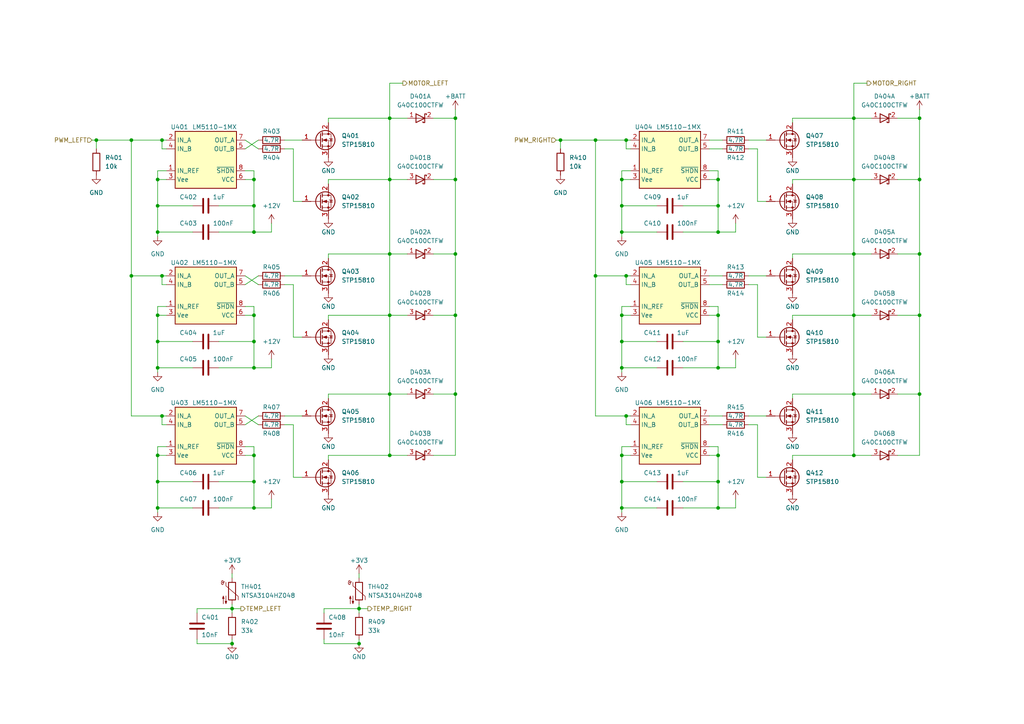
<source format=kicad_sch>
(kicad_sch (version 20210621) (generator eeschema)
  (paper "A4")
  (lib_symbols
    (symbol "Device:C" (pin_numbers hide) (pin_names (offset 0.254))
      (property "Reference" "C" (at 0.635 2.54 0))
      (property "Value" "C" (at 0.635 -2.54 0))
      (symbol "C_0_1"
        (polyline (pts (xy -2.032 -0.762) (xy 2.032 -0.762)) (stroke (width 0.508)))
        (polyline (pts (xy -2.032 0.762) (xy 2.032 0.762)) (stroke (width 0.508)))
      )
      (symbol "C_1_1"
        (pin passive line (at 0 3.81 270) (length 2.794) (name "~") (number "1"))
        (pin passive line (at 0 -3.81 90) (length 2.794) (name "~") (number "2"))
      )
    )
    (symbol "Device:R" (pin_numbers hide) (pin_names (offset 0))
      (property "Reference" "R" (at 2.032 0 90))
      (property "Value" "R" (at 0 0 90))
      (symbol "R_0_1"
        (rectangle (start -1.016 -2.54) (end 1.016 2.54) (stroke (width 0.254)))
      )
      (symbol "R_1_1"
        (pin passive line (at 0 3.81 270) (length 1.27) (name "~") (number "1"))
        (pin passive line (at 0 -3.81 90) (length 1.27) (name "~") (number "2"))
      )
    )
    (symbol "Device:Thermistor_NTC" (pin_numbers hide) (pin_names (offset 0))
      (property "Reference" "TH" (at -4.445 0 90))
      (property "Value" "Thermistor_NTC" (at 3.175 0 90))
      (symbol "Thermistor_NTC_0_1"
        (arc (start -3.048 2.159) (end -3.175 2.413) (radius (at -3.2004 2.2352) (length 0.1778) (angles -26.5 81.8)))
        (arc (start -3.048 2.159) (end -2.794 1.905) (radius (at -2.794 2.159) (length 0.254) (angles 180 -90)))
        (arc (start -2.794 1.905) (end -2.54 2.159) (radius (at -2.794 2.159) (length 0.254) (angles -90 0)))
        (arc (start -2.54 2.794) (end -2.794 3.048) (radius (at -2.794 2.794) (length 0.254) (angles 0 90)))
        (arc (start -2.794 3.048) (end -3.048 2.794) (radius (at -2.794 2.794) (length 0.254) (angles 90 180)))
        (arc (start -3.048 2.794) (end -2.794 2.54) (radius (at -2.794 2.794) (length 0.254) (angles 180 -90)))
        (arc (start -2.794 2.54) (end -2.159 2.794) (radius (at -2.6416 3.0226) (length 0.508) (angles -107.5 -25.3)))
        (rectangle (start -1.016 2.54) (end 1.016 -2.54) (stroke (width 0.254)))
        (polyline (pts (xy -2.54 2.159) (xy -2.54 2.794)))
        (polyline (pts (xy -1.778 2.54) (xy -1.778 1.524) (xy 1.778 -1.524) (xy 1.778 -2.54)))
        (polyline (pts (xy -2.54 -3.683) (xy -2.54 -1.397) (xy -2.794 -2.159) (xy -2.286 -2.159) (xy -2.54 -1.397) (xy -2.54 -1.651)) (fill (type outline)))
        (polyline (pts (xy -1.778 -1.397) (xy -1.778 -3.683) (xy -2.032 -2.921) (xy -1.524 -2.921) (xy -1.778 -3.683) (xy -1.778 -3.429)) (fill (type outline)))
      )
      (symbol "Thermistor_NTC_1_1"
        (pin passive line (at 0 3.81 270) (length 1.27) (name "~") (number "1"))
        (pin passive line (at 0 -3.81 90) (length 1.27) (name "~") (number "2"))
      )
    )
    (symbol "GozLib:G30C120CTW" (pin_names (offset 0.762) hide)
      (property "Reference" "D" (at 0 2.54 0))
      (property "Value" "G30C120CTW" (at 0 -2.54 0))
      (symbol "G30C120CTW_0_1"
        (polyline (pts (xy -1.27 1.27) (xy 1.27 0) (xy -1.27 -1.27) (xy -1.27 1.27) (xy -1.27 1.27) (xy -1.27 1.27)) (stroke (width 0.254)))
        (polyline (pts (xy 1.778 1.016) (xy 1.778 1.27) (xy 1.27 1.27) (xy 1.27 -1.27) (xy 0.762 -1.27) (xy 0.762 -1.016)) (stroke (width 0.254)))
      )
      (symbol "G30C120CTW_1_1"
        (polyline (pts (xy 1.27 0) (xy -1.27 0)))
        (pin passive line (at -3.81 0 0) (length 2.54) (name "A") (number "1"))
        (pin passive line (at 3.81 0 180) (length 2.54) (name "K") (number "2"))
      )
      (symbol "G30C120CTW_2_0"
        (polyline (pts (xy 1.27 0) (xy -1.27 0)))
      )
      (symbol "G30C120CTW_2_1"
        (pin passive line (at 3.81 0 180) (length 2.54) (name "K") (number "2"))
        (pin passive line (at -3.81 0 0) (length 2.54) (name "K") (number "3"))
      )
    )
    (symbol "GozLib:LM5110-1MX"
      (property "Reference" "U" (at -10.16 10.16 0))
      (property "Value" "LM5110-1MX" (at 2.54 10.16 0))
      (symbol "LM5110-1MX_0_1"
        (rectangle (start -8.89 8.89) (end 8.89 -7.62) (stroke (width 0.254)) (fill (type background)))
      )
      (symbol "LM5110-1MX_1_1"
        (pin power_in line (at -11.43 -2.54 0) (length 2.54) (name "IN_REF") (number "1"))
        (pin input line (at -11.43 6.35 0) (length 2.54) (name "IN_A") (number "2"))
        (pin input line (at -11.43 -5.08 0) (length 2.54) (name "Vee") (number "3"))
        (pin input line (at -11.43 3.81 0) (length 2.54) (name "IN_B") (number "4"))
        (pin output line (at 11.43 3.81 180) (length 2.54) (name "OUT_B") (number "5"))
        (pin power_in line (at 11.43 -5.08 180) (length 2.54) (name "VCC") (number "6"))
        (pin output line (at 11.43 6.35 180) (length 2.54) (name "OUT_A") (number "7"))
        (pin input line (at 11.43 -2.54 180) (length 2.54) (name "~{SHDN}") (number "8"))
      )
    )
    (symbol "GozLib:STP15810" (pin_names hide)
      (property "Reference" "Q" (at 6.35 1.905 0))
      (property "Value" "STP15810" (at 6.35 0 0))
      (symbol "STP15810_0_1"
        (circle (center 1.651 0) (radius 2.794) (stroke (width 0.254)))
        (circle (center 2.54 -1.778) (radius 0.254) (fill (type outline)))
        (circle (center 2.54 1.778) (radius 0.254) (fill (type outline)))
        (polyline (pts (xy 0.254 0) (xy -2.54 0)))
        (polyline (pts (xy 0.254 1.905) (xy 0.254 -1.905)) (stroke (width 0.254)))
        (polyline (pts (xy 0.762 -1.27) (xy 0.762 -2.286)) (stroke (width 0.254)))
        (polyline (pts (xy 0.762 0.508) (xy 0.762 -0.508)) (stroke (width 0.254)))
        (polyline (pts (xy 0.762 2.286) (xy 0.762 1.27)) (stroke (width 0.254)))
        (polyline (pts (xy 2.54 2.54) (xy 2.54 1.778)))
        (polyline (pts (xy 2.54 -2.54) (xy 2.54 0) (xy 0.762 0)))
        (polyline (pts (xy 0.762 -1.778) (xy 3.302 -1.778) (xy 3.302 1.778) (xy 0.762 1.778)))
        (polyline (pts (xy 2.794 0.508) (xy 2.921 0.381) (xy 3.683 0.381) (xy 3.81 0.254)))
        (polyline (pts (xy 3.302 0.381) (xy 2.921 -0.254) (xy 3.683 -0.254) (xy 3.302 0.381)))
        (polyline (pts (xy 1.016 0) (xy 2.032 0.381) (xy 2.032 -0.381) (xy 1.016 0)) (fill (type outline)))
      )
      (symbol "STP15810_1_1"
        (pin input line (at -5.08 0 0) (length 2.54) (name "G") (number "1"))
        (pin passive line (at 2.54 5.08 270) (length 2.54) (name "D") (number "2"))
        (pin passive line (at 2.54 -5.08 90) (length 2.54) (name "S") (number "3"))
      )
    )
    (symbol "power:+12V" (power) (pin_names (offset 0))
      (property "Value" "+12V" (at 0 3.556 0))
      (symbol "+12V_0_1"
        (polyline (pts (xy -0.762 1.27) (xy 0 2.54)))
        (polyline (pts (xy 0 0) (xy 0 2.54)))
        (polyline (pts (xy 0 2.54) (xy 0.762 1.27)))
      )
      (symbol "+12V_1_1"
        (pin power_in line (at 0 0 90) (length 0) hide (name "+12V") (number "1"))
      )
    )
    (symbol "power:+3V3" (power) (pin_names (offset 0))
      (property "Value" "+3V3" (at 0 3.556 0))
      (symbol "+3V3_0_1"
        (polyline (pts (xy -0.762 1.27) (xy 0 2.54)))
        (polyline (pts (xy 0 0) (xy 0 2.54)))
        (polyline (pts (xy 0 2.54) (xy 0.762 1.27)))
      )
      (symbol "+3V3_1_1"
        (pin power_in line (at 0 0 90) (length 0) hide (name "+3V3") (number "1"))
      )
    )
    (symbol "power:+BATT" (power) (pin_names (offset 0))
      (property "Value" "+BATT" (at 0 3.556 0))
      (symbol "+BATT_0_1"
        (polyline (pts (xy -0.762 1.27) (xy 0 2.54)))
        (polyline (pts (xy 0 0) (xy 0 2.54)))
        (polyline (pts (xy 0 2.54) (xy 0.762 1.27)))
      )
      (symbol "+BATT_1_1"
        (pin power_in line (at 0 0 90) (length 0) hide (name "+BATT") (number "1"))
      )
    )
    (symbol "power:GND" (power) (pin_names (offset 0))
      (property "Value" "GND" (at 0 -3.81 0))
      (symbol "GND_0_1"
        (polyline (pts (xy 0 0) (xy 0 -1.27) (xy 1.27 -1.27) (xy 0 -2.54) (xy -1.27 -1.27) (xy 0 -1.27)))
      )
      (symbol "GND_1_1"
        (pin power_in line (at 0 0 270) (length 0) hide (name "GND") (number "1"))
      )
    )
  )
  (junction (at 27.94 40.64) (diameter 0.9144))
  (junction (at 38.1 40.64) (diameter 0.9144))
  (junction (at 38.1 80.01) (diameter 0.9144))
  (junction (at 45.72 52.07) (diameter 0.9144))
  (junction (at 45.72 59.69) (diameter 0.9144))
  (junction (at 45.72 67.31) (diameter 0.9144))
  (junction (at 45.72 91.44) (diameter 0.9144))
  (junction (at 45.72 99.06) (diameter 0.9144))
  (junction (at 45.72 106.68) (diameter 0.9144))
  (junction (at 45.72 132.08) (diameter 0.9144))
  (junction (at 45.72 139.7) (diameter 0.9144))
  (junction (at 45.72 147.32) (diameter 0.9144))
  (junction (at 46.99 40.64) (diameter 0.9144))
  (junction (at 46.99 80.01) (diameter 0.9144))
  (junction (at 46.99 120.65) (diameter 0.9144))
  (junction (at 67.31 176.53) (diameter 0.9144))
  (junction (at 67.31 186.69) (diameter 0.9144))
  (junction (at 73.66 52.07) (diameter 0.9144))
  (junction (at 73.66 59.69) (diameter 0.9144))
  (junction (at 73.66 67.31) (diameter 0.9144))
  (junction (at 73.66 91.44) (diameter 0.9144))
  (junction (at 73.66 99.06) (diameter 0.9144))
  (junction (at 73.66 106.68) (diameter 0.9144))
  (junction (at 73.66 132.08) (diameter 0.9144))
  (junction (at 73.66 139.7) (diameter 0.9144))
  (junction (at 73.66 147.32) (diameter 0.9144))
  (junction (at 104.14 176.53) (diameter 0.9144))
  (junction (at 104.14 186.69) (diameter 0.9144))
  (junction (at 113.03 34.29) (diameter 0.9144))
  (junction (at 113.03 52.07) (diameter 0.9144))
  (junction (at 113.03 73.66) (diameter 0.9144))
  (junction (at 113.03 91.44) (diameter 0.9144))
  (junction (at 113.03 114.3) (diameter 0.9144))
  (junction (at 113.03 132.08) (diameter 0.9144))
  (junction (at 132.08 34.29) (diameter 0.9144))
  (junction (at 132.08 52.07) (diameter 0.9144))
  (junction (at 132.08 73.66) (diameter 0.9144))
  (junction (at 132.08 91.44) (diameter 0.9144))
  (junction (at 132.08 114.3) (diameter 0.9144))
  (junction (at 162.56 40.64) (diameter 0.9144))
  (junction (at 172.72 40.64) (diameter 0.9144))
  (junction (at 172.72 80.01) (diameter 0.9144))
  (junction (at 180.34 52.07) (diameter 0.9144))
  (junction (at 180.34 59.69) (diameter 0.9144))
  (junction (at 180.34 67.31) (diameter 0.9144))
  (junction (at 180.34 91.44) (diameter 0.9144))
  (junction (at 180.34 99.06) (diameter 0.9144))
  (junction (at 180.34 106.68) (diameter 0.9144))
  (junction (at 180.34 132.08) (diameter 0.9144))
  (junction (at 180.34 139.7) (diameter 0.9144))
  (junction (at 180.34 147.32) (diameter 0.9144))
  (junction (at 181.61 40.64) (diameter 0.9144))
  (junction (at 181.61 80.01) (diameter 0.9144))
  (junction (at 181.61 120.65) (diameter 0.9144))
  (junction (at 208.28 52.07) (diameter 0.9144))
  (junction (at 208.28 59.69) (diameter 0.9144))
  (junction (at 208.28 67.31) (diameter 0.9144))
  (junction (at 208.28 91.44) (diameter 0.9144))
  (junction (at 208.28 99.06) (diameter 0.9144))
  (junction (at 208.28 106.68) (diameter 0.9144))
  (junction (at 208.28 132.08) (diameter 0.9144))
  (junction (at 208.28 139.7) (diameter 0.9144))
  (junction (at 208.28 147.32) (diameter 0.9144))
  (junction (at 247.65 34.29) (diameter 0.9144))
  (junction (at 247.65 52.07) (diameter 0.9144))
  (junction (at 247.65 73.66) (diameter 0.9144))
  (junction (at 247.65 91.44) (diameter 0.9144))
  (junction (at 247.65 114.3) (diameter 0.9144))
  (junction (at 247.65 132.08) (diameter 0.9144))
  (junction (at 266.7 34.29) (diameter 0.9144))
  (junction (at 266.7 52.07) (diameter 0.9144))
  (junction (at 266.7 73.66) (diameter 0.9144))
  (junction (at 266.7 91.44) (diameter 0.9144))
  (junction (at 266.7 114.3) (diameter 0.9144))
  (wire (pts (xy 26.67 40.64) (xy 27.94 40.64)))
  (wire (pts (xy 27.94 40.64) (xy 27.94 43.18)))
  (wire (pts (xy 27.94 40.64) (xy 38.1 40.64)))
  (wire (pts (xy 38.1 40.64) (xy 46.99 40.64)))
  (wire (pts (xy 38.1 80.01) (xy 38.1 40.64)))
  (wire (pts (xy 38.1 120.65) (xy 38.1 80.01)))
  (wire (pts (xy 45.72 49.53) (xy 45.72 52.07)))
  (wire (pts (xy 45.72 52.07) (xy 45.72 59.69)))
  (wire (pts (xy 45.72 59.69) (xy 45.72 67.31)))
  (wire (pts (xy 45.72 59.69) (xy 55.88 59.69)))
  (wire (pts (xy 45.72 67.31) (xy 45.72 68.58)))
  (wire (pts (xy 45.72 67.31) (xy 55.88 67.31)))
  (wire (pts (xy 45.72 88.9) (xy 45.72 91.44)))
  (wire (pts (xy 45.72 91.44) (xy 45.72 99.06)))
  (wire (pts (xy 45.72 99.06) (xy 45.72 106.68)))
  (wire (pts (xy 45.72 99.06) (xy 55.88 99.06)))
  (wire (pts (xy 45.72 106.68) (xy 45.72 107.95)))
  (wire (pts (xy 45.72 106.68) (xy 55.88 106.68)))
  (wire (pts (xy 45.72 129.54) (xy 45.72 132.08)))
  (wire (pts (xy 45.72 132.08) (xy 45.72 139.7)))
  (wire (pts (xy 45.72 139.7) (xy 45.72 147.32)))
  (wire (pts (xy 45.72 139.7) (xy 55.88 139.7)))
  (wire (pts (xy 45.72 147.32) (xy 45.72 148.59)))
  (wire (pts (xy 45.72 147.32) (xy 55.88 147.32)))
  (wire (pts (xy 46.99 40.64) (xy 48.26 40.64)))
  (wire (pts (xy 46.99 43.18) (xy 46.99 40.64)))
  (wire (pts (xy 46.99 80.01) (xy 38.1 80.01)))
  (wire (pts (xy 46.99 80.01) (xy 48.26 80.01)))
  (wire (pts (xy 46.99 82.55) (xy 46.99 80.01)))
  (wire (pts (xy 46.99 120.65) (xy 38.1 120.65)))
  (wire (pts (xy 46.99 120.65) (xy 48.26 120.65)))
  (wire (pts (xy 46.99 123.19) (xy 46.99 120.65)))
  (wire (pts (xy 48.26 43.18) (xy 46.99 43.18)))
  (wire (pts (xy 48.26 49.53) (xy 45.72 49.53)))
  (wire (pts (xy 48.26 52.07) (xy 45.72 52.07)))
  (wire (pts (xy 48.26 82.55) (xy 46.99 82.55)))
  (wire (pts (xy 48.26 88.9) (xy 45.72 88.9)))
  (wire (pts (xy 48.26 91.44) (xy 45.72 91.44)))
  (wire (pts (xy 48.26 123.19) (xy 46.99 123.19)))
  (wire (pts (xy 48.26 129.54) (xy 45.72 129.54)))
  (wire (pts (xy 48.26 132.08) (xy 45.72 132.08)))
  (wire (pts (xy 57.15 176.53) (xy 57.15 177.8)))
  (wire (pts (xy 57.15 176.53) (xy 67.31 176.53)))
  (wire (pts (xy 57.15 185.42) (xy 57.15 186.69)))
  (wire (pts (xy 57.15 186.69) (xy 67.31 186.69)))
  (wire (pts (xy 63.5 59.69) (xy 73.66 59.69)))
  (wire (pts (xy 63.5 67.31) (xy 73.66 67.31)))
  (wire (pts (xy 63.5 99.06) (xy 73.66 99.06)))
  (wire (pts (xy 63.5 106.68) (xy 73.66 106.68)))
  (wire (pts (xy 63.5 139.7) (xy 73.66 139.7)))
  (wire (pts (xy 63.5 147.32) (xy 73.66 147.32)))
  (wire (pts (xy 67.31 166.37) (xy 67.31 167.64)))
  (wire (pts (xy 67.31 175.26) (xy 67.31 176.53)))
  (wire (pts (xy 67.31 176.53) (xy 67.31 177.8)))
  (wire (pts (xy 67.31 176.53) (xy 69.85 176.53)))
  (wire (pts (xy 67.31 185.42) (xy 67.31 186.69)))
  (wire (pts (xy 71.12 40.64) (xy 74.93 43.18)))
  (wire (pts (xy 71.12 43.18) (xy 74.93 40.64)))
  (wire (pts (xy 71.12 49.53) (xy 73.66 49.53)))
  (wire (pts (xy 71.12 52.07) (xy 73.66 52.07)))
  (wire (pts (xy 71.12 80.01) (xy 74.93 82.55)))
  (wire (pts (xy 71.12 82.55) (xy 74.93 80.01)))
  (wire (pts (xy 71.12 88.9) (xy 73.66 88.9)))
  (wire (pts (xy 71.12 91.44) (xy 73.66 91.44)))
  (wire (pts (xy 71.12 120.65) (xy 74.93 123.19)))
  (wire (pts (xy 71.12 123.19) (xy 74.93 120.65)))
  (wire (pts (xy 71.12 129.54) (xy 73.66 129.54)))
  (wire (pts (xy 71.12 132.08) (xy 73.66 132.08)))
  (wire (pts (xy 73.66 49.53) (xy 73.66 52.07)))
  (wire (pts (xy 73.66 52.07) (xy 73.66 59.69)))
  (wire (pts (xy 73.66 59.69) (xy 73.66 67.31)))
  (wire (pts (xy 73.66 67.31) (xy 78.74 67.31)))
  (wire (pts (xy 73.66 88.9) (xy 73.66 91.44)))
  (wire (pts (xy 73.66 91.44) (xy 73.66 99.06)))
  (wire (pts (xy 73.66 99.06) (xy 73.66 106.68)))
  (wire (pts (xy 73.66 106.68) (xy 78.74 106.68)))
  (wire (pts (xy 73.66 129.54) (xy 73.66 132.08)))
  (wire (pts (xy 73.66 132.08) (xy 73.66 139.7)))
  (wire (pts (xy 73.66 139.7) (xy 73.66 147.32)))
  (wire (pts (xy 73.66 147.32) (xy 78.74 147.32)))
  (wire (pts (xy 78.74 67.31) (xy 78.74 64.77)))
  (wire (pts (xy 78.74 106.68) (xy 78.74 104.14)))
  (wire (pts (xy 78.74 147.32) (xy 78.74 144.78)))
  (wire (pts (xy 82.55 40.64) (xy 87.63 40.64)))
  (wire (pts (xy 82.55 43.18) (xy 85.09 43.18)))
  (wire (pts (xy 82.55 80.01) (xy 87.63 80.01)))
  (wire (pts (xy 82.55 82.55) (xy 85.09 82.55)))
  (wire (pts (xy 82.55 120.65) (xy 87.63 120.65)))
  (wire (pts (xy 82.55 123.19) (xy 85.09 123.19)))
  (wire (pts (xy 85.09 43.18) (xy 85.09 58.42)))
  (wire (pts (xy 85.09 58.42) (xy 87.63 58.42)))
  (wire (pts (xy 85.09 82.55) (xy 85.09 97.79)))
  (wire (pts (xy 85.09 97.79) (xy 87.63 97.79)))
  (wire (pts (xy 85.09 123.19) (xy 85.09 138.43)))
  (wire (pts (xy 85.09 138.43) (xy 87.63 138.43)))
  (wire (pts (xy 93.98 176.53) (xy 104.14 176.53)))
  (wire (pts (xy 93.98 177.8) (xy 93.98 176.53)))
  (wire (pts (xy 93.98 185.42) (xy 93.98 186.69)))
  (wire (pts (xy 93.98 186.69) (xy 104.14 186.69)))
  (wire (pts (xy 95.25 34.29) (xy 113.03 34.29)))
  (wire (pts (xy 95.25 35.56) (xy 95.25 34.29)))
  (wire (pts (xy 95.25 52.07) (xy 113.03 52.07)))
  (wire (pts (xy 95.25 53.34) (xy 95.25 52.07)))
  (wire (pts (xy 95.25 73.66) (xy 113.03 73.66)))
  (wire (pts (xy 95.25 74.93) (xy 95.25 73.66)))
  (wire (pts (xy 95.25 91.44) (xy 113.03 91.44)))
  (wire (pts (xy 95.25 92.71) (xy 95.25 91.44)))
  (wire (pts (xy 95.25 114.3) (xy 113.03 114.3)))
  (wire (pts (xy 95.25 115.57) (xy 95.25 114.3)))
  (wire (pts (xy 95.25 132.08) (xy 113.03 132.08)))
  (wire (pts (xy 95.25 133.35) (xy 95.25 132.08)))
  (wire (pts (xy 104.14 166.37) (xy 104.14 167.64)))
  (wire (pts (xy 104.14 175.26) (xy 104.14 176.53)))
  (wire (pts (xy 104.14 176.53) (xy 104.14 177.8)))
  (wire (pts (xy 104.14 176.53) (xy 106.68 176.53)))
  (wire (pts (xy 104.14 185.42) (xy 104.14 186.69)))
  (wire (pts (xy 113.03 24.13) (xy 113.03 34.29)))
  (wire (pts (xy 113.03 24.13) (xy 116.84 24.13)))
  (wire (pts (xy 113.03 34.29) (xy 113.03 52.07)))
  (wire (pts (xy 113.03 34.29) (xy 118.11 34.29)))
  (wire (pts (xy 113.03 52.07) (xy 113.03 73.66)))
  (wire (pts (xy 113.03 52.07) (xy 118.11 52.07)))
  (wire (pts (xy 113.03 73.66) (xy 113.03 91.44)))
  (wire (pts (xy 113.03 73.66) (xy 118.11 73.66)))
  (wire (pts (xy 113.03 91.44) (xy 113.03 114.3)))
  (wire (pts (xy 113.03 91.44) (xy 118.11 91.44)))
  (wire (pts (xy 113.03 114.3) (xy 113.03 132.08)))
  (wire (pts (xy 113.03 114.3) (xy 118.11 114.3)))
  (wire (pts (xy 113.03 132.08) (xy 118.11 132.08)))
  (wire (pts (xy 125.73 34.29) (xy 132.08 34.29)))
  (wire (pts (xy 125.73 52.07) (xy 132.08 52.07)))
  (wire (pts (xy 125.73 73.66) (xy 132.08 73.66)))
  (wire (pts (xy 125.73 91.44) (xy 132.08 91.44)))
  (wire (pts (xy 125.73 114.3) (xy 132.08 114.3)))
  (wire (pts (xy 125.73 132.08) (xy 132.08 132.08)))
  (wire (pts (xy 132.08 31.75) (xy 132.08 34.29)))
  (wire (pts (xy 132.08 34.29) (xy 132.08 52.07)))
  (wire (pts (xy 132.08 52.07) (xy 132.08 73.66)))
  (wire (pts (xy 132.08 73.66) (xy 132.08 91.44)))
  (wire (pts (xy 132.08 91.44) (xy 132.08 114.3)))
  (wire (pts (xy 132.08 114.3) (xy 132.08 132.08)))
  (wire (pts (xy 161.29 40.64) (xy 162.56 40.64)))
  (wire (pts (xy 162.56 40.64) (xy 162.56 43.18)))
  (wire (pts (xy 162.56 40.64) (xy 172.72 40.64)))
  (wire (pts (xy 172.72 40.64) (xy 181.61 40.64)))
  (wire (pts (xy 172.72 80.01) (xy 172.72 40.64)))
  (wire (pts (xy 172.72 120.65) (xy 172.72 80.01)))
  (wire (pts (xy 180.34 49.53) (xy 180.34 52.07)))
  (wire (pts (xy 180.34 52.07) (xy 180.34 59.69)))
  (wire (pts (xy 180.34 59.69) (xy 180.34 67.31)))
  (wire (pts (xy 180.34 59.69) (xy 190.5 59.69)))
  (wire (pts (xy 180.34 67.31) (xy 180.34 68.58)))
  (wire (pts (xy 180.34 67.31) (xy 190.5 67.31)))
  (wire (pts (xy 180.34 88.9) (xy 180.34 91.44)))
  (wire (pts (xy 180.34 91.44) (xy 180.34 99.06)))
  (wire (pts (xy 180.34 99.06) (xy 180.34 106.68)))
  (wire (pts (xy 180.34 99.06) (xy 190.5 99.06)))
  (wire (pts (xy 180.34 106.68) (xy 180.34 107.95)))
  (wire (pts (xy 180.34 106.68) (xy 190.5 106.68)))
  (wire (pts (xy 180.34 129.54) (xy 180.34 132.08)))
  (wire (pts (xy 180.34 132.08) (xy 180.34 139.7)))
  (wire (pts (xy 180.34 139.7) (xy 180.34 147.32)))
  (wire (pts (xy 180.34 139.7) (xy 190.5 139.7)))
  (wire (pts (xy 180.34 147.32) (xy 180.34 148.59)))
  (wire (pts (xy 180.34 147.32) (xy 190.5 147.32)))
  (wire (pts (xy 181.61 40.64) (xy 182.88 40.64)))
  (wire (pts (xy 181.61 43.18) (xy 181.61 40.64)))
  (wire (pts (xy 181.61 80.01) (xy 172.72 80.01)))
  (wire (pts (xy 181.61 80.01) (xy 182.88 80.01)))
  (wire (pts (xy 181.61 82.55) (xy 181.61 80.01)))
  (wire (pts (xy 181.61 120.65) (xy 172.72 120.65)))
  (wire (pts (xy 181.61 120.65) (xy 182.88 120.65)))
  (wire (pts (xy 181.61 123.19) (xy 181.61 120.65)))
  (wire (pts (xy 182.88 43.18) (xy 181.61 43.18)))
  (wire (pts (xy 182.88 49.53) (xy 180.34 49.53)))
  (wire (pts (xy 182.88 52.07) (xy 180.34 52.07)))
  (wire (pts (xy 182.88 82.55) (xy 181.61 82.55)))
  (wire (pts (xy 182.88 88.9) (xy 180.34 88.9)))
  (wire (pts (xy 182.88 91.44) (xy 180.34 91.44)))
  (wire (pts (xy 182.88 123.19) (xy 181.61 123.19)))
  (wire (pts (xy 182.88 129.54) (xy 180.34 129.54)))
  (wire (pts (xy 182.88 132.08) (xy 180.34 132.08)))
  (wire (pts (xy 198.12 59.69) (xy 208.28 59.69)))
  (wire (pts (xy 198.12 67.31) (xy 208.28 67.31)))
  (wire (pts (xy 198.12 99.06) (xy 208.28 99.06)))
  (wire (pts (xy 198.12 106.68) (xy 208.28 106.68)))
  (wire (pts (xy 198.12 139.7) (xy 208.28 139.7)))
  (wire (pts (xy 198.12 147.32) (xy 208.28 147.32)))
  (wire (pts (xy 205.74 40.64) (xy 209.55 40.64)))
  (wire (pts (xy 205.74 43.18) (xy 209.55 43.18)))
  (wire (pts (xy 205.74 49.53) (xy 208.28 49.53)))
  (wire (pts (xy 205.74 52.07) (xy 208.28 52.07)))
  (wire (pts (xy 205.74 80.01) (xy 209.55 80.01)))
  (wire (pts (xy 205.74 82.55) (xy 209.55 82.55)))
  (wire (pts (xy 205.74 88.9) (xy 208.28 88.9)))
  (wire (pts (xy 205.74 91.44) (xy 208.28 91.44)))
  (wire (pts (xy 205.74 120.65) (xy 209.55 120.65)))
  (wire (pts (xy 205.74 123.19) (xy 209.55 123.19)))
  (wire (pts (xy 205.74 129.54) (xy 208.28 129.54)))
  (wire (pts (xy 205.74 132.08) (xy 208.28 132.08)))
  (wire (pts (xy 208.28 49.53) (xy 208.28 52.07)))
  (wire (pts (xy 208.28 52.07) (xy 208.28 59.69)))
  (wire (pts (xy 208.28 59.69) (xy 208.28 67.31)))
  (wire (pts (xy 208.28 67.31) (xy 213.36 67.31)))
  (wire (pts (xy 208.28 88.9) (xy 208.28 91.44)))
  (wire (pts (xy 208.28 91.44) (xy 208.28 99.06)))
  (wire (pts (xy 208.28 99.06) (xy 208.28 106.68)))
  (wire (pts (xy 208.28 106.68) (xy 213.36 106.68)))
  (wire (pts (xy 208.28 129.54) (xy 208.28 132.08)))
  (wire (pts (xy 208.28 132.08) (xy 208.28 139.7)))
  (wire (pts (xy 208.28 139.7) (xy 208.28 147.32)))
  (wire (pts (xy 208.28 147.32) (xy 213.36 147.32)))
  (wire (pts (xy 213.36 67.31) (xy 213.36 64.77)))
  (wire (pts (xy 213.36 106.68) (xy 213.36 104.14)))
  (wire (pts (xy 213.36 147.32) (xy 213.36 144.78)))
  (wire (pts (xy 217.17 40.64) (xy 222.25 40.64)))
  (wire (pts (xy 217.17 43.18) (xy 219.71 43.18)))
  (wire (pts (xy 217.17 80.01) (xy 222.25 80.01)))
  (wire (pts (xy 217.17 82.55) (xy 219.71 82.55)))
  (wire (pts (xy 217.17 120.65) (xy 222.25 120.65)))
  (wire (pts (xy 217.17 123.19) (xy 219.71 123.19)))
  (wire (pts (xy 219.71 43.18) (xy 219.71 58.42)))
  (wire (pts (xy 219.71 58.42) (xy 222.25 58.42)))
  (wire (pts (xy 219.71 82.55) (xy 219.71 97.79)))
  (wire (pts (xy 219.71 97.79) (xy 222.25 97.79)))
  (wire (pts (xy 219.71 123.19) (xy 219.71 138.43)))
  (wire (pts (xy 219.71 138.43) (xy 222.25 138.43)))
  (wire (pts (xy 229.87 34.29) (xy 247.65 34.29)))
  (wire (pts (xy 229.87 35.56) (xy 229.87 34.29)))
  (wire (pts (xy 229.87 52.07) (xy 247.65 52.07)))
  (wire (pts (xy 229.87 53.34) (xy 229.87 52.07)))
  (wire (pts (xy 229.87 73.66) (xy 247.65 73.66)))
  (wire (pts (xy 229.87 74.93) (xy 229.87 73.66)))
  (wire (pts (xy 229.87 91.44) (xy 247.65 91.44)))
  (wire (pts (xy 229.87 92.71) (xy 229.87 91.44)))
  (wire (pts (xy 229.87 114.3) (xy 247.65 114.3)))
  (wire (pts (xy 229.87 115.57) (xy 229.87 114.3)))
  (wire (pts (xy 229.87 132.08) (xy 247.65 132.08)))
  (wire (pts (xy 229.87 133.35) (xy 229.87 132.08)))
  (wire (pts (xy 247.65 24.13) (xy 247.65 34.29)))
  (wire (pts (xy 247.65 24.13) (xy 251.46 24.13)))
  (wire (pts (xy 247.65 34.29) (xy 247.65 52.07)))
  (wire (pts (xy 247.65 34.29) (xy 252.73 34.29)))
  (wire (pts (xy 247.65 52.07) (xy 247.65 73.66)))
  (wire (pts (xy 247.65 52.07) (xy 252.73 52.07)))
  (wire (pts (xy 247.65 73.66) (xy 247.65 91.44)))
  (wire (pts (xy 247.65 73.66) (xy 252.73 73.66)))
  (wire (pts (xy 247.65 91.44) (xy 247.65 114.3)))
  (wire (pts (xy 247.65 91.44) (xy 252.73 91.44)))
  (wire (pts (xy 247.65 114.3) (xy 247.65 132.08)))
  (wire (pts (xy 247.65 114.3) (xy 252.73 114.3)))
  (wire (pts (xy 247.65 132.08) (xy 252.73 132.08)))
  (wire (pts (xy 260.35 34.29) (xy 266.7 34.29)))
  (wire (pts (xy 260.35 52.07) (xy 266.7 52.07)))
  (wire (pts (xy 260.35 73.66) (xy 266.7 73.66)))
  (wire (pts (xy 260.35 91.44) (xy 266.7 91.44)))
  (wire (pts (xy 260.35 114.3) (xy 266.7 114.3)))
  (wire (pts (xy 260.35 132.08) (xy 266.7 132.08)))
  (wire (pts (xy 266.7 31.75) (xy 266.7 34.29)))
  (wire (pts (xy 266.7 34.29) (xy 266.7 52.07)))
  (wire (pts (xy 266.7 52.07) (xy 266.7 73.66)))
  (wire (pts (xy 266.7 73.66) (xy 266.7 91.44)))
  (wire (pts (xy 266.7 91.44) (xy 266.7 114.3)))
  (wire (pts (xy 266.7 114.3) (xy 266.7 132.08)))
  (hierarchical_label "PWM_LEFT" (shape input) (at 26.67 40.64 180))
  (hierarchical_label "TEMP_LEFT" (shape output) (at 69.85 176.53 0))
  (hierarchical_label "TEMP_RIGHT" (shape output) (at 106.68 176.53 0))
  (hierarchical_label "MOTOR_LEFT" (shape output) (at 116.84 24.13 0))
  (hierarchical_label "PWM_RIGHT" (shape input) (at 161.29 40.64 180))
  (hierarchical_label "MOTOR_RIGHT" (shape output) (at 251.46 24.13 0))
  (symbol (lib_id "power:+3V3") (at 67.31 166.37 0) (unit 1)
    (property "Reference" "#PWR0405" (effects hide))
    (property "Value" "+3V3" (at 67.31 162.56 0))
  )
  (symbol (lib_id "power:+12V") (at 78.74 64.77 0) (unit 1)
    (property "Reference" "#PWR0407" (effects hide))
    (property "Value" "+12V" (at 78.74 59.69 0))
  )
  (symbol (lib_id "power:+12V") (at 78.74 104.14 0) (unit 1)
    (property "Reference" "#PWR0408" (effects hide))
    (property "Value" "+12V" (at 78.74 99.06 0))
  )
  (symbol (lib_id "power:+12V") (at 78.74 144.78 0) (unit 1)
    (property "Reference" "#PWR0409" (effects hide))
    (property "Value" "+12V" (at 78.74 139.7 0))
  )
  (symbol (lib_id "power:+3V3") (at 104.14 166.37 0) (unit 1)
    (property "Reference" "#PWR0416" (effects hide))
    (property "Value" "+3V3" (at 104.14 162.56 0))
  )
  (symbol (lib_id "power:+BATT") (at 132.08 31.75 0) (unit 1)
    (property "Reference" "#PWR0418" (effects hide))
    (property "Value" "+BATT" (at 132.08 27.94 0))
  )
  (symbol (lib_id "power:+12V") (at 213.36 64.77 0) (unit 1)
    (property "Reference" "#PWR0423" (effects hide))
    (property "Value" "+12V" (at 213.36 59.69 0))
  )
  (symbol (lib_id "power:+12V") (at 213.36 104.14 0) (unit 1)
    (property "Reference" "#PWR0424" (effects hide))
    (property "Value" "+12V" (at 213.36 99.06 0))
  )
  (symbol (lib_id "power:+12V") (at 213.36 144.78 0) (unit 1)
    (property "Reference" "#PWR0425" (effects hide))
    (property "Value" "+12V" (at 213.36 139.7 0))
  )
  (symbol (lib_id "power:+BATT") (at 266.7 31.75 0) (unit 1)
    (property "Reference" "#PWR0432" (effects hide))
    (property "Value" "+BATT" (at 266.7 27.94 0))
  )
  (symbol (lib_id "power:GND") (at 27.94 50.8 0) (unit 1)
    (property "Reference" "#PWR0401" (effects hide))
    (property "Value" "GND" (at 27.94 55.88 0))
  )
  (symbol (lib_id "power:GND") (at 45.72 68.58 0) (unit 1)
    (property "Reference" "#PWR0402" (effects hide))
    (property "Value" "GND" (at 45.72 73.66 0))
  )
  (symbol (lib_id "power:GND") (at 45.72 107.95 0) (unit 1)
    (property "Reference" "#PWR0403" (effects hide))
    (property "Value" "GND" (at 45.72 113.03 0))
  )
  (symbol (lib_id "power:GND") (at 45.72 148.59 0) (unit 1)
    (property "Reference" "#PWR0404" (effects hide))
    (property "Value" "GND" (at 45.72 153.67 0))
  )
  (symbol (lib_id "power:GND") (at 67.31 186.69 0) (unit 1)
    (property "Reference" "#PWR0406" (effects hide))
    (property "Value" "GND" (at 67.31 190.5 0))
  )
  (symbol (lib_id "power:GND") (at 95.25 45.72 0) (unit 1)
    (property "Reference" "#PWR0410" (effects hide))
    (property "Value" "GND" (at 95.25 49.53 0))
  )
  (symbol (lib_id "power:GND") (at 95.25 63.5 0) (unit 1)
    (property "Reference" "#PWR0411" (effects hide))
    (property "Value" "GND" (at 95.25 67.31 0))
  )
  (symbol (lib_id "power:GND") (at 95.25 85.09 0) (unit 1)
    (property "Reference" "#PWR0412" (effects hide))
    (property "Value" "GND" (at 95.25 88.9 0))
  )
  (symbol (lib_id "power:GND") (at 95.25 102.87 0) (unit 1)
    (property "Reference" "#PWR0413" (effects hide))
    (property "Value" "GND" (at 95.25 106.68 0))
  )
  (symbol (lib_id "power:GND") (at 95.25 125.73 0) (unit 1)
    (property "Reference" "#PWR0414" (effects hide))
    (property "Value" "GND" (at 95.25 129.54 0))
  )
  (symbol (lib_id "power:GND") (at 95.25 143.51 0) (unit 1)
    (property "Reference" "#PWR0415" (effects hide))
    (property "Value" "GND" (at 95.25 147.32 0))
  )
  (symbol (lib_id "power:GND") (at 104.14 186.69 0) (unit 1)
    (property "Reference" "#PWR0417" (effects hide))
    (property "Value" "GND" (at 104.14 190.5 0))
  )
  (symbol (lib_id "power:GND") (at 162.56 50.8 0) (unit 1)
    (property "Reference" "#PWR0419" (effects hide))
    (property "Value" "GND" (at 162.56 55.88 0))
  )
  (symbol (lib_id "power:GND") (at 180.34 68.58 0) (unit 1)
    (property "Reference" "#PWR0420" (effects hide))
    (property "Value" "GND" (at 180.34 73.66 0))
  )
  (symbol (lib_id "power:GND") (at 180.34 107.95 0) (unit 1)
    (property "Reference" "#PWR0421" (effects hide))
    (property "Value" "GND" (at 180.34 113.03 0))
  )
  (symbol (lib_id "power:GND") (at 180.34 148.59 0) (unit 1)
    (property "Reference" "#PWR0422" (effects hide))
    (property "Value" "GND" (at 180.34 153.67 0))
  )
  (symbol (lib_id "power:GND") (at 229.87 45.72 0) (unit 1)
    (property "Reference" "#PWR0426" (effects hide))
    (property "Value" "GND" (at 229.87 49.53 0))
  )
  (symbol (lib_id "power:GND") (at 229.87 63.5 0) (unit 1)
    (property "Reference" "#PWR0427" (effects hide))
    (property "Value" "GND" (at 229.87 67.31 0))
  )
  (symbol (lib_id "power:GND") (at 229.87 85.09 0) (unit 1)
    (property "Reference" "#PWR0428" (effects hide))
    (property "Value" "GND" (at 229.87 88.9 0))
  )
  (symbol (lib_id "power:GND") (at 229.87 102.87 0) (unit 1)
    (property "Reference" "#PWR0429" (effects hide))
    (property "Value" "GND" (at 229.87 106.68 0))
  )
  (symbol (lib_id "power:GND") (at 229.87 125.73 0) (unit 1)
    (property "Reference" "#PWR0430" (effects hide))
    (property "Value" "GND" (at 229.87 129.54 0))
  )
  (symbol (lib_id "power:GND") (at 229.87 143.51 0) (unit 1)
    (property "Reference" "#PWR0431" (effects hide))
    (property "Value" "GND" (at 229.87 147.32 0))
  )
  (symbol (lib_id "Device:R") (at 27.94 46.99 0) (unit 1)
    (property "Reference" "R401" (at 30.48 45.7199 0) (effects (justify left)))
    (property "Value" "10k" (at 30.48 48.2599 0) (effects (justify left)))
    (property "Footprint" "Resistor_SMD:R_0603_1608Metric_Pad0.98x0.95mm_HandSolder" (effects hide))
  )
  (symbol (lib_id "Device:R") (at 67.31 181.61 0) (unit 1)
    (property "Reference" "R402" (at 69.85 180.3399 0) (effects (justify left)))
    (property "Value" "33k" (at 69.85 182.8799 0) (effects (justify left)))
    (property "Footprint" "Resistor_SMD:R_0603_1608Metric_Pad0.98x0.95mm_HandSolder" (effects hide))
  )
  (symbol (lib_id "Device:R") (at 78.74 40.64 90) (unit 1)
    (property "Reference" "R403" (at 78.74 38.1 90))
    (property "Value" "4.7R" (at 78.74 40.64 90))
    (property "Footprint" "Resistor_SMD:R_0603_1608Metric_Pad0.98x0.95mm_HandSolder" (effects hide))
  )
  (symbol (lib_id "Device:R") (at 78.74 43.18 270) (unit 1)
    (property "Reference" "R404" (at 78.74 45.72 90))
    (property "Value" "4.7R" (at 78.74 43.18 90))
    (property "Footprint" "Resistor_SMD:R_0603_1608Metric_Pad0.98x0.95mm_HandSolder" (effects hide))
  )
  (symbol (lib_id "Device:R") (at 78.74 80.01 90) (unit 1)
    (property "Reference" "R405" (at 78.74 77.47 90))
    (property "Value" "4.7R" (at 78.74 80.01 90))
    (property "Footprint" "Resistor_SMD:R_0603_1608Metric_Pad0.98x0.95mm_HandSolder" (effects hide))
  )
  (symbol (lib_id "Device:R") (at 78.74 82.55 270) (unit 1)
    (property "Reference" "R406" (at 78.74 85.09 90))
    (property "Value" "4.7R" (at 78.74 82.55 90))
    (property "Footprint" "Resistor_SMD:R_0603_1608Metric_Pad0.98x0.95mm_HandSolder" (effects hide))
  )
  (symbol (lib_id "Device:R") (at 78.74 120.65 90) (unit 1)
    (property "Reference" "R407" (at 78.74 118.11 90))
    (property "Value" "4.7R" (at 78.74 120.65 90))
    (property "Footprint" "Resistor_SMD:R_0603_1608Metric_Pad0.98x0.95mm_HandSolder" (effects hide))
  )
  (symbol (lib_id "Device:R") (at 78.74 123.19 270) (unit 1)
    (property "Reference" "R408" (at 78.74 125.73 90))
    (property "Value" "4.7R" (at 78.74 123.19 90))
    (property "Footprint" "Resistor_SMD:R_0603_1608Metric_Pad0.98x0.95mm_HandSolder" (effects hide))
  )
  (symbol (lib_id "Device:R") (at 104.14 181.61 0) (unit 1)
    (property "Reference" "R409" (at 106.68 180.3399 0) (effects (justify left)))
    (property "Value" "33k" (at 106.68 182.8799 0) (effects (justify left)))
    (property "Footprint" "Resistor_SMD:R_0603_1608Metric_Pad0.98x0.95mm_HandSolder" (effects hide))
  )
  (symbol (lib_id "Device:R") (at 162.56 46.99 0) (unit 1)
    (property "Reference" "R410" (at 165.1 45.7199 0) (effects (justify left)))
    (property "Value" "10k" (at 165.1 48.2599 0) (effects (justify left)))
    (property "Footprint" "Resistor_SMD:R_0603_1608Metric_Pad0.98x0.95mm_HandSolder" (effects hide))
  )
  (symbol (lib_id "Device:R") (at 213.36 40.64 90) (unit 1)
    (property "Reference" "R411" (at 213.36 38.1 90))
    (property "Value" "4.7R" (at 213.36 40.64 90))
    (property "Footprint" "Resistor_SMD:R_0603_1608Metric_Pad0.98x0.95mm_HandSolder" (effects hide))
  )
  (symbol (lib_id "Device:R") (at 213.36 43.18 270) (unit 1)
    (property "Reference" "R412" (at 213.36 45.72 90))
    (property "Value" "4.7R" (at 213.36 43.18 90))
    (property "Footprint" "Resistor_SMD:R_0603_1608Metric_Pad0.98x0.95mm_HandSolder" (effects hide))
  )
  (symbol (lib_id "Device:R") (at 213.36 80.01 90) (unit 1)
    (property "Reference" "R413" (at 213.36 77.47 90))
    (property "Value" "4.7R" (at 213.36 80.01 90))
    (property "Footprint" "Resistor_SMD:R_0603_1608Metric_Pad0.98x0.95mm_HandSolder" (effects hide))
  )
  (symbol (lib_id "Device:R") (at 213.36 82.55 270) (unit 1)
    (property "Reference" "R414" (at 213.36 85.09 90))
    (property "Value" "4.7R" (at 213.36 82.55 90))
    (property "Footprint" "Resistor_SMD:R_0603_1608Metric_Pad0.98x0.95mm_HandSolder" (effects hide))
  )
  (symbol (lib_id "Device:R") (at 213.36 120.65 90) (unit 1)
    (property "Reference" "R415" (at 213.36 118.11 90))
    (property "Value" "4.7R" (at 213.36 120.65 90))
    (property "Footprint" "Resistor_SMD:R_0603_1608Metric_Pad0.98x0.95mm_HandSolder" (effects hide))
  )
  (symbol (lib_id "Device:R") (at 213.36 123.19 270) (unit 1)
    (property "Reference" "R416" (at 213.36 125.73 90))
    (property "Value" "4.7R" (at 213.36 123.19 90))
    (property "Footprint" "Resistor_SMD:R_0603_1608Metric_Pad0.98x0.95mm_HandSolder" (effects hide))
  )
  (symbol (lib_id "GozLib:G30C120CTW") (at 121.92 34.29 0) (unit 1)
    (property "Reference" "D401" (at 121.92 27.94 0))
    (property "Value" "G40C100CTFW" (at 121.92 30.48 0))
    (property "Footprint" "Package_TO_SOT_THT:TO-220-3_Vertical" (effects hide))
    (property "Datasheet" "https://datasheet.lcsc.com/lcsc/1912111437_LITEON-G30C120CTW_C266528.pdf" (effects hide))
  )
  (symbol (lib_id "GozLib:G30C120CTW") (at 121.92 52.07 0) (unit 2)
    (property "Reference" "D401" (at 121.92 45.72 0))
    (property "Value" "G40C100CTFW" (at 121.92 48.26 0))
    (property "Footprint" "Package_TO_SOT_THT:TO-220-3_Vertical" (effects hide))
    (property "Datasheet" "https://datasheet.lcsc.com/lcsc/1912111437_LITEON-G30C120CTW_C266528.pdf" (effects hide))
  )
  (symbol (lib_id "GozLib:G30C120CTW") (at 121.92 73.66 0) (unit 1)
    (property "Reference" "D402" (at 121.92 67.31 0))
    (property "Value" "G40C100CTFW" (at 121.92 69.85 0))
    (property "Footprint" "Package_TO_SOT_THT:TO-220-3_Vertical" (effects hide))
    (property "Datasheet" "https://datasheet.lcsc.com/lcsc/1912111437_LITEON-G30C120CTW_C266528.pdf" (effects hide))
  )
  (symbol (lib_id "GozLib:G30C120CTW") (at 121.92 91.44 0) (unit 2)
    (property "Reference" "D402" (at 121.92 85.09 0))
    (property "Value" "G40C100CTFW" (at 121.92 87.63 0))
    (property "Footprint" "Package_TO_SOT_THT:TO-220-3_Vertical" (effects hide))
    (property "Datasheet" "https://datasheet.lcsc.com/lcsc/1912111437_LITEON-G30C120CTW_C266528.pdf" (effects hide))
  )
  (symbol (lib_id "GozLib:G30C120CTW") (at 121.92 114.3 0) (unit 1)
    (property "Reference" "D403" (at 121.92 107.95 0))
    (property "Value" "G40C100CTFW" (at 121.92 110.49 0))
    (property "Footprint" "Package_TO_SOT_THT:TO-220-3_Vertical" (effects hide))
    (property "Datasheet" "https://datasheet.lcsc.com/lcsc/1912111437_LITEON-G30C120CTW_C266528.pdf" (effects hide))
  )
  (symbol (lib_id "GozLib:G30C120CTW") (at 121.92 132.08 0) (unit 2)
    (property "Reference" "D403" (at 121.92 125.73 0))
    (property "Value" "G40C100CTFW" (at 121.92 128.27 0))
    (property "Footprint" "Package_TO_SOT_THT:TO-220-3_Vertical" (effects hide))
    (property "Datasheet" "https://datasheet.lcsc.com/lcsc/1912111437_LITEON-G30C120CTW_C266528.pdf" (effects hide))
  )
  (symbol (lib_id "GozLib:G30C120CTW") (at 256.54 34.29 0) (unit 1)
    (property "Reference" "D404" (at 256.54 27.94 0))
    (property "Value" "G40C100CTFW" (at 256.54 30.48 0))
    (property "Footprint" "Package_TO_SOT_THT:TO-220-3_Vertical" (effects hide))
    (property "Datasheet" "https://datasheet.lcsc.com/lcsc/1912111437_LITEON-G30C120CTW_C266528.pdf" (effects hide))
  )
  (symbol (lib_id "GozLib:G30C120CTW") (at 256.54 52.07 0) (unit 2)
    (property "Reference" "D404" (at 256.54 45.72 0))
    (property "Value" "G40C100CTFW" (at 256.54 48.26 0))
    (property "Footprint" "Package_TO_SOT_THT:TO-220-3_Vertical" (effects hide))
    (property "Datasheet" "https://datasheet.lcsc.com/lcsc/1912111437_LITEON-G30C120CTW_C266528.pdf" (effects hide))
  )
  (symbol (lib_id "GozLib:G30C120CTW") (at 256.54 73.66 0) (unit 1)
    (property "Reference" "D405" (at 256.54 67.31 0))
    (property "Value" "G40C100CTFW" (at 256.54 69.85 0))
    (property "Footprint" "Package_TO_SOT_THT:TO-220-3_Vertical" (effects hide))
    (property "Datasheet" "https://datasheet.lcsc.com/lcsc/1912111437_LITEON-G30C120CTW_C266528.pdf" (effects hide))
  )
  (symbol (lib_id "GozLib:G30C120CTW") (at 256.54 91.44 0) (unit 2)
    (property "Reference" "D405" (at 256.54 85.09 0))
    (property "Value" "G40C100CTFW" (at 256.54 87.63 0))
    (property "Footprint" "Package_TO_SOT_THT:TO-220-3_Vertical" (effects hide))
    (property "Datasheet" "https://datasheet.lcsc.com/lcsc/1912111437_LITEON-G30C120CTW_C266528.pdf" (effects hide))
  )
  (symbol (lib_id "GozLib:G30C120CTW") (at 256.54 114.3 0) (unit 1)
    (property "Reference" "D406" (at 256.54 107.95 0))
    (property "Value" "G40C100CTFW" (at 256.54 110.49 0))
    (property "Footprint" "Package_TO_SOT_THT:TO-220-3_Vertical" (effects hide))
    (property "Datasheet" "https://datasheet.lcsc.com/lcsc/1912111437_LITEON-G30C120CTW_C266528.pdf" (effects hide))
  )
  (symbol (lib_id "GozLib:G30C120CTW") (at 256.54 132.08 0) (unit 2)
    (property "Reference" "D406" (at 256.54 125.73 0))
    (property "Value" "G40C100CTFW" (at 256.54 128.27 0))
    (property "Footprint" "Package_TO_SOT_THT:TO-220-3_Vertical" (effects hide))
    (property "Datasheet" "https://datasheet.lcsc.com/lcsc/1912111437_LITEON-G30C120CTW_C266528.pdf" (effects hide))
  )
  (symbol (lib_id "Device:C") (at 57.15 181.61 0) (unit 1)
    (property "Reference" "C401" (at 58.42 179.0699 0) (effects (justify left)))
    (property "Value" "10nF" (at 58.42 184.1499 0) (effects (justify left)))
    (property "Footprint" "Capacitor_SMD:C_0603_1608Metric_Pad1.08x0.95mm_HandSolder" (effects hide))
  )
  (symbol (lib_id "Device:C") (at 59.69 59.69 90) (unit 1)
    (property "Reference" "C402" (at 54.61 57.15 90))
    (property "Value" "1uF" (at 63.5 57.15 90))
    (property "Footprint" "Capacitor_SMD:C_0603_1608Metric_Pad1.08x0.95mm_HandSolder" (effects hide))
  )
  (symbol (lib_id "Device:C") (at 59.69 67.31 90) (unit 1)
    (property "Reference" "C403" (at 54.61 64.77 90))
    (property "Value" "100nF" (at 64.77 64.77 90))
    (property "Footprint" "Capacitor_SMD:C_0603_1608Metric_Pad1.08x0.95mm_HandSolder" (effects hide))
  )
  (symbol (lib_id "Device:C") (at 59.69 99.06 90) (unit 1)
    (property "Reference" "C404" (at 54.61 96.52 90))
    (property "Value" "1uF" (at 63.5 96.52 90))
    (property "Footprint" "Capacitor_SMD:C_0603_1608Metric_Pad1.08x0.95mm_HandSolder" (effects hide))
  )
  (symbol (lib_id "Device:C") (at 59.69 106.68 90) (unit 1)
    (property "Reference" "C405" (at 54.61 104.14 90))
    (property "Value" "100nF" (at 64.77 104.14 90))
    (property "Footprint" "Capacitor_SMD:C_0603_1608Metric_Pad1.08x0.95mm_HandSolder" (effects hide))
  )
  (symbol (lib_id "Device:C") (at 59.69 139.7 90) (unit 1)
    (property "Reference" "C406" (at 54.61 137.16 90))
    (property "Value" "1uF" (at 63.5 137.16 90))
    (property "Footprint" "Capacitor_SMD:C_0603_1608Metric_Pad1.08x0.95mm_HandSolder" (effects hide))
  )
  (symbol (lib_id "Device:C") (at 59.69 147.32 90) (unit 1)
    (property "Reference" "C407" (at 54.61 144.78 90))
    (property "Value" "100nF" (at 64.77 144.78 90))
    (property "Footprint" "Capacitor_SMD:C_0603_1608Metric_Pad1.08x0.95mm_HandSolder" (effects hide))
  )
  (symbol (lib_id "Device:C") (at 93.98 181.61 0) (unit 1)
    (property "Reference" "C408" (at 95.25 179.0699 0) (effects (justify left)))
    (property "Value" "10nF" (at 95.25 184.1499 0) (effects (justify left)))
    (property "Footprint" "Capacitor_SMD:C_0603_1608Metric_Pad1.08x0.95mm_HandSolder" (effects hide))
  )
  (symbol (lib_id "Device:C") (at 194.31 59.69 90) (unit 1)
    (property "Reference" "C409" (at 189.23 57.15 90))
    (property "Value" "1uF" (at 198.12 57.15 90))
    (property "Footprint" "Capacitor_SMD:C_0603_1608Metric_Pad1.08x0.95mm_HandSolder" (effects hide))
  )
  (symbol (lib_id "Device:C") (at 194.31 67.31 90) (unit 1)
    (property "Reference" "C410" (at 189.23 64.77 90))
    (property "Value" "100nF" (at 199.39 64.77 90))
    (property "Footprint" "Capacitor_SMD:C_0603_1608Metric_Pad1.08x0.95mm_HandSolder" (effects hide))
  )
  (symbol (lib_id "Device:C") (at 194.31 99.06 90) (unit 1)
    (property "Reference" "C411" (at 189.23 96.52 90))
    (property "Value" "1uF" (at 198.12 96.52 90))
    (property "Footprint" "Capacitor_SMD:C_0603_1608Metric_Pad1.08x0.95mm_HandSolder" (effects hide))
  )
  (symbol (lib_id "Device:C") (at 194.31 106.68 90) (unit 1)
    (property "Reference" "C412" (at 189.23 104.14 90))
    (property "Value" "100nF" (at 199.39 104.14 90))
    (property "Footprint" "Capacitor_SMD:C_0603_1608Metric_Pad1.08x0.95mm_HandSolder" (effects hide))
  )
  (symbol (lib_id "Device:C") (at 194.31 139.7 90) (unit 1)
    (property "Reference" "C413" (at 189.23 137.16 90))
    (property "Value" "1uF" (at 198.12 137.16 90))
    (property "Footprint" "Capacitor_SMD:C_0603_1608Metric_Pad1.08x0.95mm_HandSolder" (effects hide))
  )
  (symbol (lib_id "Device:C") (at 194.31 147.32 90) (unit 1)
    (property "Reference" "C414" (at 189.23 144.78 90))
    (property "Value" "100nF" (at 199.39 144.78 90))
    (property "Footprint" "Capacitor_SMD:C_0603_1608Metric_Pad1.08x0.95mm_HandSolder" (effects hide))
  )
  (symbol (lib_id "Device:Thermistor_NTC") (at 67.31 171.45 0) (unit 1)
    (property "Reference" "TH401" (at 69.85 170.1799 0) (effects (justify left)))
    (property "Value" "NTSA3104HZ048" (at 69.85 172.7199 0) (effects (justify left)))
    (property "Footprint" "Resistor_THT:R_Axial_DIN0309_L9.0mm_D3.2mm_P2.54mm_Vertical" (effects hide))
  )
  (symbol (lib_id "Device:Thermistor_NTC") (at 104.14 171.45 0) (unit 1)
    (property "Reference" "TH402" (at 106.68 170.1799 0) (effects (justify left)))
    (property "Value" "NTSA3104HZ048" (at 106.68 172.7199 0) (effects (justify left)))
    (property "Footprint" "Resistor_THT:R_Axial_DIN0309_L9.0mm_D3.2mm_P2.54mm_Vertical" (effects hide))
  )
  (symbol (lib_id "GozLib:STP15810") (at 92.71 40.64 0) (unit 1)
    (property "Reference" "Q401" (at 99.06 39.3699 0) (effects (justify left)))
    (property "Value" "STP15810" (at 99.06 41.9099 0) (effects (justify left)))
    (property "Footprint" "Package_TO_SOT_THT:TO-220-3_Vertical" (effects hide))
    (property "Datasheet" "https://datasheet.lcsc.com/lcsc/1810010809_STMicroelectronics-STP15810_C126123.pdf" (effects hide))
  )
  (symbol (lib_id "GozLib:STP15810") (at 92.71 58.42 0) (unit 1)
    (property "Reference" "Q402" (at 99.06 57.1499 0) (effects (justify left)))
    (property "Value" "STP15810" (at 99.06 59.6899 0) (effects (justify left)))
    (property "Footprint" "Package_TO_SOT_THT:TO-220-3_Vertical" (effects hide))
    (property "Datasheet" "https://datasheet.lcsc.com/lcsc/1810010809_STMicroelectronics-STP15810_C126123.pdf" (effects hide))
  )
  (symbol (lib_id "GozLib:STP15810") (at 92.71 80.01 0) (unit 1)
    (property "Reference" "Q403" (at 99.06 78.7399 0) (effects (justify left)))
    (property "Value" "STP15810" (at 99.06 81.2799 0) (effects (justify left)))
    (property "Footprint" "Package_TO_SOT_THT:TO-220-3_Vertical" (effects hide))
    (property "Datasheet" "https://datasheet.lcsc.com/lcsc/1810010809_STMicroelectronics-STP15810_C126123.pdf" (effects hide))
  )
  (symbol (lib_id "GozLib:STP15810") (at 92.71 97.79 0) (unit 1)
    (property "Reference" "Q404" (at 99.06 96.5199 0) (effects (justify left)))
    (property "Value" "STP15810" (at 99.06 99.0599 0) (effects (justify left)))
    (property "Footprint" "Package_TO_SOT_THT:TO-220-3_Vertical" (effects hide))
    (property "Datasheet" "https://datasheet.lcsc.com/lcsc/1810010809_STMicroelectronics-STP15810_C126123.pdf" (effects hide))
  )
  (symbol (lib_id "GozLib:STP15810") (at 92.71 120.65 0) (unit 1)
    (property "Reference" "Q405" (at 99.06 119.3799 0) (effects (justify left)))
    (property "Value" "STP15810" (at 99.06 121.9199 0) (effects (justify left)))
    (property "Footprint" "Package_TO_SOT_THT:TO-220-3_Vertical" (effects hide))
    (property "Datasheet" "https://datasheet.lcsc.com/lcsc/1810010809_STMicroelectronics-STP15810_C126123.pdf" (effects hide))
  )
  (symbol (lib_id "GozLib:STP15810") (at 92.71 138.43 0) (unit 1)
    (property "Reference" "Q406" (at 99.06 137.1599 0) (effects (justify left)))
    (property "Value" "STP15810" (at 99.06 139.6999 0) (effects (justify left)))
    (property "Footprint" "Package_TO_SOT_THT:TO-220-3_Vertical" (effects hide))
    (property "Datasheet" "https://datasheet.lcsc.com/lcsc/1810010809_STMicroelectronics-STP15810_C126123.pdf" (effects hide))
  )
  (symbol (lib_id "GozLib:STP15810") (at 227.33 40.64 0) (unit 1)
    (property "Reference" "Q407" (at 233.68 39.3699 0) (effects (justify left)))
    (property "Value" "STP15810" (at 233.68 41.9099 0) (effects (justify left)))
    (property "Footprint" "Package_TO_SOT_THT:TO-220-3_Vertical" (effects hide))
    (property "Datasheet" "https://datasheet.lcsc.com/lcsc/1810010809_STMicroelectronics-STP15810_C126123.pdf" (effects hide))
  )
  (symbol (lib_id "GozLib:STP15810") (at 227.33 58.42 0) (unit 1)
    (property "Reference" "Q408" (at 233.68 57.1499 0) (effects (justify left)))
    (property "Value" "STP15810" (at 233.68 59.6899 0) (effects (justify left)))
    (property "Footprint" "Package_TO_SOT_THT:TO-220-3_Vertical" (effects hide))
    (property "Datasheet" "https://datasheet.lcsc.com/lcsc/1810010809_STMicroelectronics-STP15810_C126123.pdf" (effects hide))
  )
  (symbol (lib_id "GozLib:STP15810") (at 227.33 80.01 0) (unit 1)
    (property "Reference" "Q409" (at 233.68 78.7399 0) (effects (justify left)))
    (property "Value" "STP15810" (at 233.68 81.2799 0) (effects (justify left)))
    (property "Footprint" "Package_TO_SOT_THT:TO-220-3_Vertical" (effects hide))
    (property "Datasheet" "https://datasheet.lcsc.com/lcsc/1810010809_STMicroelectronics-STP15810_C126123.pdf" (effects hide))
  )
  (symbol (lib_id "GozLib:STP15810") (at 227.33 97.79 0) (unit 1)
    (property "Reference" "Q410" (at 233.68 96.5199 0) (effects (justify left)))
    (property "Value" "STP15810" (at 233.68 99.0599 0) (effects (justify left)))
    (property "Footprint" "Package_TO_SOT_THT:TO-220-3_Vertical" (effects hide))
    (property "Datasheet" "https://datasheet.lcsc.com/lcsc/1810010809_STMicroelectronics-STP15810_C126123.pdf" (effects hide))
  )
  (symbol (lib_id "GozLib:STP15810") (at 227.33 120.65 0) (unit 1)
    (property "Reference" "Q411" (at 233.68 119.3799 0) (effects (justify left)))
    (property "Value" "STP15810" (at 233.68 121.9199 0) (effects (justify left)))
    (property "Footprint" "Package_TO_SOT_THT:TO-220-3_Vertical" (effects hide))
    (property "Datasheet" "https://datasheet.lcsc.com/lcsc/1810010809_STMicroelectronics-STP15810_C126123.pdf" (effects hide))
  )
  (symbol (lib_id "GozLib:STP15810") (at 227.33 138.43 0) (unit 1)
    (property "Reference" "Q412" (at 233.68 137.1599 0) (effects (justify left)))
    (property "Value" "STP15810" (at 233.68 139.6999 0) (effects (justify left)))
    (property "Footprint" "Package_TO_SOT_THT:TO-220-3_Vertical" (effects hide))
    (property "Datasheet" "https://datasheet.lcsc.com/lcsc/1810010809_STMicroelectronics-STP15810_C126123.pdf" (effects hide))
  )
  (symbol (lib_id "GozLib:LM5110-1MX") (at 59.69 46.99 0) (unit 1)
    (property "Reference" "U401" (at 52.07 36.83 0))
    (property "Value" "LM5110-1MX" (at 62.23 36.83 0))
    (property "Footprint" "Package_SO:SOIC-8_3.9x4.9mm_P1.27mm" (effects hide))
    (property "Datasheet" "https://www.ti.com/lit/ds/symlink/lm5110.pdf" (effects hide))
  )
  (symbol (lib_id "GozLib:LM5110-1MX") (at 59.69 86.36 0) (unit 1)
    (property "Reference" "U402" (at 52.07 76.2 0))
    (property "Value" "LM5110-1MX" (at 62.23 76.2 0))
    (property "Footprint" "Package_SO:SOIC-8_3.9x4.9mm_P1.27mm" (effects hide))
    (property "Datasheet" "https://www.ti.com/lit/ds/symlink/lm5110.pdf" (effects hide))
  )
  (symbol (lib_id "GozLib:LM5110-1MX") (at 59.69 127 0) (unit 1)
    (property "Reference" "U403" (at 52.07 116.84 0))
    (property "Value" "LM5110-1MX" (at 62.23 116.84 0))
    (property "Footprint" "Package_SO:SOIC-8_3.9x4.9mm_P1.27mm" (effects hide))
    (property "Datasheet" "https://www.ti.com/lit/ds/symlink/lm5110.pdf" (effects hide))
  )
  (symbol (lib_id "GozLib:LM5110-1MX") (at 194.31 46.99 0) (unit 1)
    (property "Reference" "U404" (at 186.69 36.83 0))
    (property "Value" "LM5110-1MX" (at 196.85 36.83 0))
    (property "Footprint" "Package_SO:SOIC-8_3.9x4.9mm_P1.27mm" (effects hide))
    (property "Datasheet" "https://www.ti.com/lit/ds/symlink/lm5110.pdf" (effects hide))
  )
  (symbol (lib_id "GozLib:LM5110-1MX") (at 194.31 86.36 0) (unit 1)
    (property "Reference" "U405" (at 186.69 76.2 0))
    (property "Value" "LM5110-1MX" (at 196.85 76.2 0))
    (property "Footprint" "Package_SO:SOIC-8_3.9x4.9mm_P1.27mm" (effects hide))
    (property "Datasheet" "https://www.ti.com/lit/ds/symlink/lm5110.pdf" (effects hide))
  )
  (symbol (lib_id "GozLib:LM5110-1MX") (at 194.31 127 0) (unit 1)
    (property "Reference" "U406" (at 186.69 116.84 0))
    (property "Value" "LM5110-1MX" (at 196.85 116.84 0))
    (property "Footprint" "Package_SO:SOIC-8_3.9x4.9mm_P1.27mm" (effects hide))
    (property "Datasheet" "https://www.ti.com/lit/ds/symlink/lm5110.pdf" (effects hide))
  )
)
</source>
